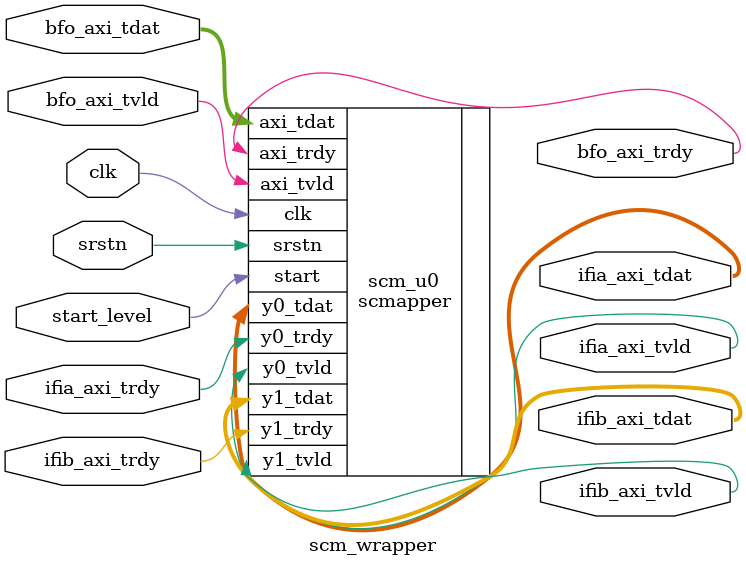
<source format=v>
`timescale 1ns / 1ps

module scm_wrapper
(
 input wire         clk,
 input wire         srstn,
 input wire         start_level,

 output wire        bfo_axi_trdy,
 input  wire        bfo_axi_tvld,
 input  wire [63:0] bfo_axi_tdat,

 input  wire        ifia_axi_trdy,
 output wire        ifia_axi_tvld,
 output wire [63:0] ifia_axi_tdat,

 input  wire        ifib_axi_trdy,
 output wire        ifib_axi_tvld,
 output wire [63:0] ifib_axi_tdat
);

scmapper scm_u0
(
 .clk      (clk),
 .srstn    (srstn),
 .start    (start_level),
 .axi_trdy (bfo_axi_trdy),
 .axi_tvld (bfo_axi_tvld),
 .axi_tdat (bfo_axi_tdat),
 .y0_trdy  (ifia_axi_trdy),
 .y0_tvld  (ifia_axi_tvld),
 .y0_tdat  (ifia_axi_tdat),
 .y1_trdy  (ifib_axi_trdy),
 .y1_tvld  (ifib_axi_tvld),
 .y1_tdat  (ifib_axi_tdat)
);


endmodule

</source>
